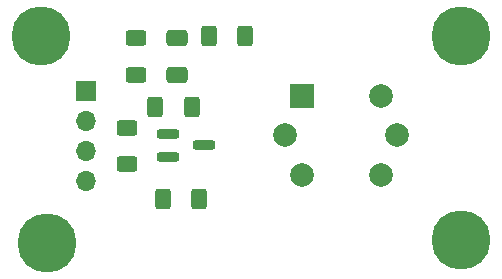
<source format=gbr>
%TF.GenerationSoftware,KiCad,Pcbnew,8.0.3*%
%TF.CreationDate,2025-01-02T17:18:04+01:00*%
%TF.ProjectId,mq7adapter,6d713761-6461-4707-9465-722e6b696361,rev?*%
%TF.SameCoordinates,Original*%
%TF.FileFunction,Soldermask,Top*%
%TF.FilePolarity,Negative*%
%FSLAX46Y46*%
G04 Gerber Fmt 4.6, Leading zero omitted, Abs format (unit mm)*
G04 Created by KiCad (PCBNEW 8.0.3) date 2025-01-02 17:18:04*
%MOMM*%
%LPD*%
G01*
G04 APERTURE LIST*
G04 Aperture macros list*
%AMRoundRect*
0 Rectangle with rounded corners*
0 $1 Rounding radius*
0 $2 $3 $4 $5 $6 $7 $8 $9 X,Y pos of 4 corners*
0 Add a 4 corners polygon primitive as box body*
4,1,4,$2,$3,$4,$5,$6,$7,$8,$9,$2,$3,0*
0 Add four circle primitives for the rounded corners*
1,1,$1+$1,$2,$3*
1,1,$1+$1,$4,$5*
1,1,$1+$1,$6,$7*
1,1,$1+$1,$8,$9*
0 Add four rect primitives between the rounded corners*
20,1,$1+$1,$2,$3,$4,$5,0*
20,1,$1+$1,$4,$5,$6,$7,0*
20,1,$1+$1,$6,$7,$8,$9,0*
20,1,$1+$1,$8,$9,$2,$3,0*%
G04 Aperture macros list end*
%ADD10R,1.700000X1.700000*%
%ADD11O,1.700000X1.700000*%
%ADD12RoundRect,0.200000X-0.750000X-0.200000X0.750000X-0.200000X0.750000X0.200000X-0.750000X0.200000X0*%
%ADD13C,5.000000*%
%ADD14RoundRect,0.250000X0.400000X0.625000X-0.400000X0.625000X-0.400000X-0.625000X0.400000X-0.625000X0*%
%ADD15RoundRect,0.250000X-0.625000X0.400000X-0.625000X-0.400000X0.625000X-0.400000X0.625000X0.400000X0*%
%ADD16RoundRect,0.250000X-0.650000X0.412500X-0.650000X-0.412500X0.650000X-0.412500X0.650000X0.412500X0*%
%ADD17RoundRect,0.250000X-0.400000X-0.625000X0.400000X-0.625000X0.400000X0.625000X-0.400000X0.625000X0*%
%ADD18R,2.000000X2.000000*%
%ADD19C,2.000000*%
G04 APERTURE END LIST*
D10*
%TO.C,J1*%
X102000000Y-63380000D03*
D11*
X102000000Y-65920000D03*
X102000000Y-68460000D03*
X102000000Y-71000000D03*
%TD*%
D12*
%TO.C,Q1*%
X109000000Y-67050000D03*
X109000000Y-68950000D03*
X112000000Y-68000000D03*
%TD*%
D13*
%TO.C,H1*%
X98250000Y-58750000D03*
%TD*%
%TO.C,H3*%
X133750000Y-76000000D03*
%TD*%
D14*
%TO.C,R4*%
X115500000Y-58750000D03*
X112400000Y-58750000D03*
%TD*%
%TO.C,R1*%
X111600000Y-72500000D03*
X108500000Y-72500000D03*
%TD*%
D15*
%TO.C,R2*%
X105500000Y-66500000D03*
X105500000Y-69600000D03*
%TD*%
D16*
%TO.C,C1*%
X109750000Y-58937500D03*
X109750000Y-62062500D03*
%TD*%
D13*
%TO.C,H4*%
X98750000Y-76250000D03*
%TD*%
D15*
%TO.C,R3*%
X106250000Y-58950000D03*
X106250000Y-62050000D03*
%TD*%
D17*
%TO.C,R5*%
X107900000Y-64750000D03*
X111000000Y-64750000D03*
%TD*%
D18*
%TO.C,U1*%
X120280000Y-63780000D03*
D19*
X118890000Y-67140000D03*
X120280000Y-70500000D03*
X127000000Y-70500000D03*
X128390000Y-67140000D03*
X127000000Y-63780000D03*
%TD*%
D13*
%TO.C,H2*%
X133750000Y-58750000D03*
%TD*%
M02*

</source>
